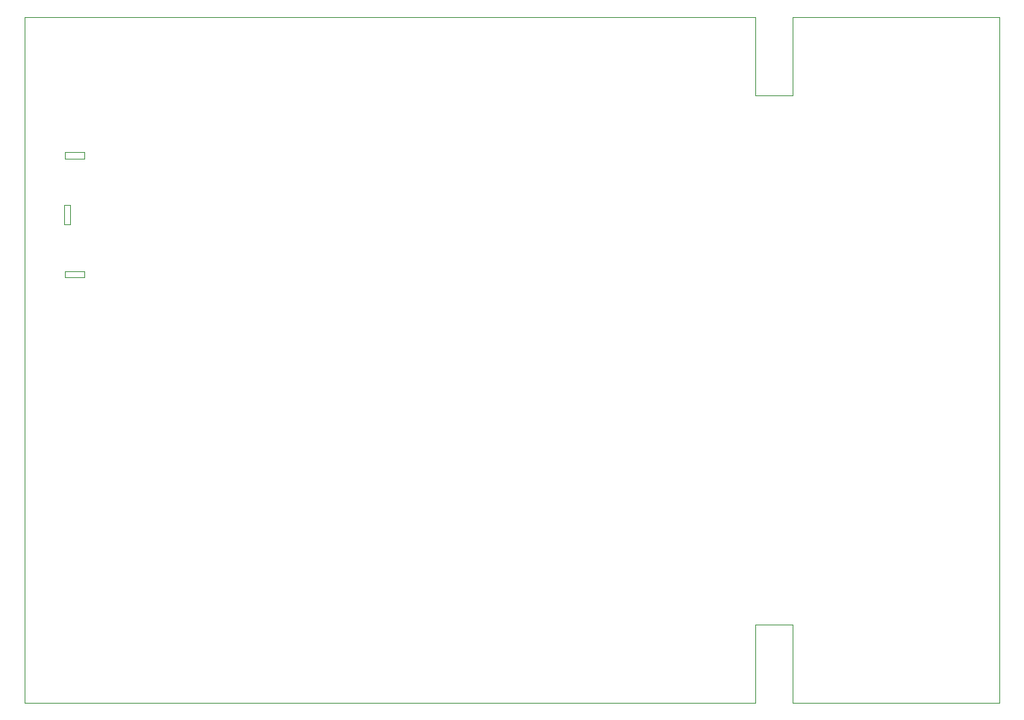
<source format=gbr>
G04 #@! TF.GenerationSoftware,KiCad,Pcbnew,(5.1.5)-3*
G04 #@! TF.CreationDate,2020-05-14T13:49:42+02:00*
G04 #@! TF.ProjectId,betsubetsu,62657473-7562-4657-9473-752e6b696361,rev?*
G04 #@! TF.SameCoordinates,Original*
G04 #@! TF.FileFunction,Profile,NP*
%FSLAX46Y46*%
G04 Gerber Fmt 4.6, Leading zero omitted, Abs format (unit mm)*
G04 Created by KiCad (PCBNEW (5.1.5)-3) date 2020-05-14 13:49:42*
%MOMM*%
%LPD*%
G04 APERTURE LIST*
%ADD10C,0.050000*%
%ADD11C,0.000100*%
G04 APERTURE END LIST*
D10*
X179324000Y-125476000D02*
X183515000Y-125476000D01*
X183515000Y-134366000D02*
X183769000Y-134366000D01*
X183515000Y-125476000D02*
X183515000Y-134366000D01*
X179324000Y-134366000D02*
X179324000Y-125476000D01*
X179070000Y-134366000D02*
X179324000Y-134366000D01*
X179324000Y-65405000D02*
X183515000Y-65405000D01*
X179324000Y-56515000D02*
X179324000Y-65405000D01*
X179070000Y-56515000D02*
X179324000Y-56515000D01*
X183515000Y-56515000D02*
X183515000Y-65405000D01*
X183769000Y-56515000D02*
X183515000Y-56515000D01*
X183769000Y-134366000D02*
X183896000Y-134366000D01*
X179070000Y-134366000D02*
X178943000Y-134366000D01*
X183769000Y-56515000D02*
X183896000Y-56515000D01*
X179070000Y-56515000D02*
X178943000Y-56515000D01*
X96393000Y-56515000D02*
X96393000Y-56642000D01*
X178943000Y-56515000D02*
X96393000Y-56515000D01*
X207010000Y-56515000D02*
X183896000Y-56515000D01*
X207010000Y-134366000D02*
X207010000Y-56515000D01*
X183896000Y-134366000D02*
X207010000Y-134366000D01*
X96393000Y-134366000D02*
X178943000Y-134366000D01*
X96393000Y-56642000D02*
X96393000Y-134366000D01*
D11*
X100929000Y-71864000D02*
X103129000Y-71864000D01*
X100929000Y-72564000D02*
X100929000Y-71864000D01*
X103129000Y-72564000D02*
X100929000Y-72564000D01*
X103129000Y-71864000D02*
X103129000Y-72564000D01*
X100929000Y-85364000D02*
X103129000Y-85364000D01*
X100929000Y-86064000D02*
X100929000Y-85364000D01*
X103129000Y-86064000D02*
X100929000Y-86064000D01*
X103129000Y-85364000D02*
X103129000Y-86064000D01*
X101579000Y-77864000D02*
X101579000Y-80064000D01*
X100879000Y-77864000D02*
X101579000Y-77864000D01*
X100879000Y-80064000D02*
X100879000Y-77864000D01*
X101579000Y-80064000D02*
X100879000Y-80064000D01*
M02*

</source>
